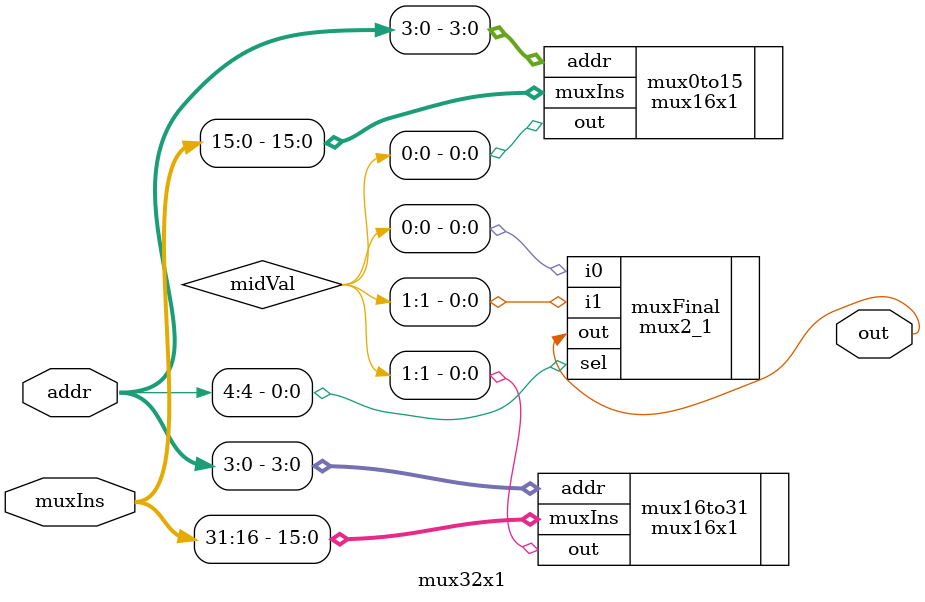
<source format=sv>
module mux32x1(out, addr, muxIns);
	output logic out;
	input logic [4:0] addr;
	input logic [31:0] muxIns;

	logic [1:0] midVal;
	
	//using 2 16x1 muxes and a 2x1 mux, construct a 32x1 mux
	mux16x1 mux16to31(.out(midVal[1]), .addr(addr[3:0]), .muxIns(muxIns[31:16]));
	mux16x1 mux0to15(.out(midVal[0]), .addr(addr[3:0]), .muxIns(muxIns[15:0]));
	mux2_1 muxFinal(.out, .i0(midVal[0]), .i1(midVal[1]), .sel(addr[4]));
endmodule

/*
module mux32x1_testbench();
	logic [31:0] muxIns;
	logic [4:0] addr;
	logic out;

	mux32x1 dut (.out, .addr, .muxIns);

	integer i;
	initial begin
		for(i=0; i<12048576; i++) begin
			{muxIns, addr} = i; #1000;
		end
	end
endmodule */


</source>
